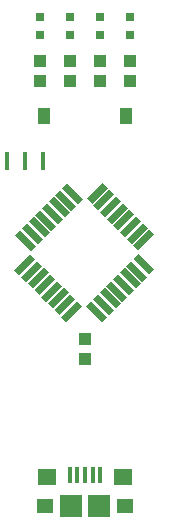
<source format=gbr>
G04 EAGLE Gerber RS-274X export*
G75*
%MOMM*%
%FSLAX34Y34*%
%LPD*%
%INSolderpaste Top*%
%IPPOS*%
%AMOC8*
5,1,8,0,0,1.08239X$1,22.5*%
G01*
%ADD10R,0.400000X1.350000*%
%ADD11R,1.600000X1.400000*%
%ADD12R,1.450000X1.300000*%
%ADD13R,1.900000X1.900000*%
%ADD14R,0.800000X0.800000*%
%ADD15R,0.400000X1.600000*%
%ADD16R,1.100000X1.000000*%
%ADD17R,1.000000X1.400000*%
%ADD18R,0.600000X1.905000*%
%ADD19R,1.905000X0.600000*%


D10*
X88600Y39450D03*
X95100Y39450D03*
X101600Y39450D03*
X108100Y39450D03*
X114600Y39450D03*
D11*
X69600Y37200D03*
X133600Y37200D03*
D12*
X135850Y12700D03*
X67350Y12700D03*
D13*
X89600Y12700D03*
X113600Y12700D03*
D14*
X114300Y426600D03*
X114300Y411600D03*
D15*
X65800Y304800D03*
X50800Y304800D03*
X35800Y304800D03*
D16*
X101600Y154550D03*
X101600Y137550D03*
X114300Y389500D03*
X114300Y372500D03*
X139700Y389500D03*
X139700Y372500D03*
X88900Y372500D03*
X88900Y389500D03*
X63500Y372500D03*
X63500Y389500D03*
D14*
X63500Y411600D03*
X63500Y426600D03*
D17*
X66600Y342900D03*
X136600Y342900D03*
D14*
X88900Y411600D03*
X88900Y426600D03*
D18*
G36*
X46131Y208486D02*
X41888Y212729D01*
X55357Y226198D01*
X59600Y221955D01*
X46131Y208486D01*
G37*
G36*
X51788Y202829D02*
X47545Y207072D01*
X61014Y220541D01*
X65257Y216298D01*
X51788Y202829D01*
G37*
G36*
X57445Y197172D02*
X53202Y201415D01*
X66671Y214884D01*
X70914Y210641D01*
X57445Y197172D01*
G37*
G36*
X63102Y191516D02*
X58859Y195759D01*
X72328Y209228D01*
X76571Y204985D01*
X63102Y191516D01*
G37*
G36*
X68759Y185859D02*
X64516Y190102D01*
X77985Y203571D01*
X82228Y199328D01*
X68759Y185859D01*
G37*
G36*
X74415Y180202D02*
X70172Y184445D01*
X83641Y197914D01*
X87884Y193671D01*
X74415Y180202D01*
G37*
G36*
X80072Y174545D02*
X75829Y178788D01*
X89298Y192257D01*
X93541Y188014D01*
X80072Y174545D01*
G37*
G36*
X85729Y168888D02*
X81486Y173131D01*
X94955Y186600D01*
X99198Y182357D01*
X85729Y168888D01*
G37*
G36*
X156120Y247058D02*
X160363Y242815D01*
X146894Y229346D01*
X142651Y233589D01*
X156120Y247058D01*
G37*
G36*
X141237Y235003D02*
X136994Y239246D01*
X150463Y252715D01*
X154706Y248472D01*
X141237Y235003D01*
G37*
G36*
X135580Y240659D02*
X131337Y244902D01*
X144806Y258371D01*
X149049Y254128D01*
X135580Y240659D01*
G37*
G36*
X129923Y246316D02*
X125680Y250559D01*
X139149Y264028D01*
X143392Y259785D01*
X129923Y246316D01*
G37*
G36*
X124266Y251973D02*
X120023Y256216D01*
X133492Y269685D01*
X137735Y265442D01*
X124266Y251973D01*
G37*
G36*
X118610Y257630D02*
X114367Y261873D01*
X127836Y275342D01*
X132079Y271099D01*
X118610Y257630D01*
G37*
G36*
X112953Y263287D02*
X108710Y267530D01*
X122179Y280999D01*
X126422Y276756D01*
X112953Y263287D01*
G37*
G36*
X107296Y268944D02*
X103053Y273187D01*
X116522Y286656D01*
X120765Y282413D01*
X107296Y268944D01*
G37*
D19*
G36*
X95662Y268590D02*
X82193Y282059D01*
X86436Y286302D01*
X99905Y272833D01*
X95662Y268590D01*
G37*
G36*
X90005Y262933D02*
X76536Y276402D01*
X80779Y280645D01*
X94248Y267176D01*
X90005Y262933D01*
G37*
G36*
X84349Y257277D02*
X70880Y270746D01*
X75123Y274989D01*
X88592Y261520D01*
X84349Y257277D01*
G37*
G36*
X78692Y251620D02*
X65223Y265089D01*
X69466Y269332D01*
X82935Y255863D01*
X78692Y251620D01*
G37*
G36*
X73035Y245963D02*
X59566Y259432D01*
X63809Y263675D01*
X77278Y250206D01*
X73035Y245963D01*
G37*
G36*
X67378Y240306D02*
X53909Y253775D01*
X58152Y258018D01*
X71621Y244549D01*
X67378Y240306D01*
G37*
G36*
X61721Y234649D02*
X48252Y248118D01*
X52495Y252361D01*
X65964Y238892D01*
X61721Y234649D01*
G37*
G36*
X56064Y228992D02*
X42595Y242461D01*
X46838Y246704D01*
X60307Y233235D01*
X56064Y228992D01*
G37*
G36*
X115815Y168535D02*
X102346Y182004D01*
X106589Y186247D01*
X120058Y172778D01*
X115815Y168535D01*
G37*
G36*
X121825Y174545D02*
X108356Y188014D01*
X112599Y192257D01*
X126068Y178788D01*
X121825Y174545D01*
G37*
G36*
X127482Y180202D02*
X114013Y193671D01*
X118256Y197914D01*
X131725Y184445D01*
X127482Y180202D01*
G37*
G36*
X133139Y185859D02*
X119670Y199328D01*
X123913Y203571D01*
X137382Y190102D01*
X133139Y185859D01*
G37*
G36*
X138796Y191516D02*
X125327Y204985D01*
X129570Y209228D01*
X143039Y195759D01*
X138796Y191516D01*
G37*
G36*
X144453Y197172D02*
X130984Y210641D01*
X135227Y214884D01*
X148696Y201415D01*
X144453Y197172D01*
G37*
G36*
X150109Y202829D02*
X136640Y216298D01*
X140883Y220541D01*
X154352Y207072D01*
X150109Y202829D01*
G37*
G36*
X156120Y208840D02*
X142651Y222309D01*
X146894Y226552D01*
X160363Y213083D01*
X156120Y208840D01*
G37*
D14*
X139700Y426600D03*
X139700Y411600D03*
M02*

</source>
